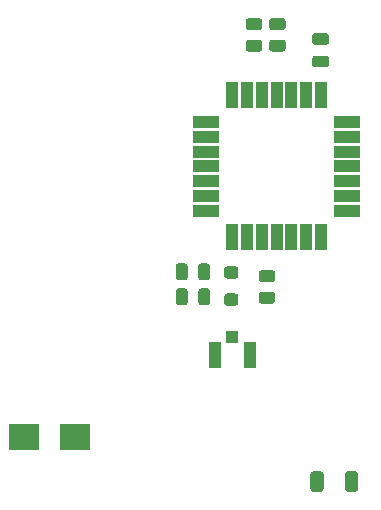
<source format=gbr>
%TF.GenerationSoftware,KiCad,Pcbnew,5.1.9+dfsg1-1~bpo10+1*%
%TF.CreationDate,2021-09-15T11:04:37+02:00*%
%TF.ProjectId,shield_temperature,73686965-6c64-45f7-9465-6d7065726174,1*%
%TF.SameCoordinates,Original*%
%TF.FileFunction,Paste,Top*%
%TF.FilePolarity,Positive*%
%FSLAX46Y46*%
G04 Gerber Fmt 4.6, Leading zero omitted, Abs format (unit mm)*
G04 Created by KiCad (PCBNEW 5.1.9+dfsg1-1~bpo10+1) date 2021-09-15 11:04:37*
%MOMM*%
%LPD*%
G01*
G04 APERTURE LIST*
%ADD10R,1.050000X2.200000*%
%ADD11R,1.000000X1.050000*%
%ADD12R,1.000000X2.300000*%
%ADD13R,2.300000X1.000000*%
%ADD14R,2.500000X2.300000*%
G04 APERTURE END LIST*
D10*
%TO.C,J5*%
X153163800Y-106774000D03*
D11*
X151688800Y-105249000D03*
D10*
X150213800Y-106774000D03*
%TD*%
D12*
%TO.C,U1*%
X155448000Y-84805000D03*
X156698000Y-84805000D03*
X157948000Y-84805000D03*
X159198000Y-84805000D03*
X154198000Y-84805000D03*
X152948000Y-84805000D03*
X151698000Y-84805000D03*
D13*
X149448000Y-90805000D03*
X149448000Y-89555000D03*
X149448000Y-88305000D03*
X149448000Y-87055000D03*
X149448000Y-92055000D03*
X149448000Y-93305000D03*
X149448000Y-94555000D03*
D12*
X155448000Y-96805000D03*
X154198000Y-96805000D03*
X152948000Y-96805000D03*
X151698000Y-96805000D03*
X156698000Y-96805000D03*
X157948000Y-96805000D03*
X159198000Y-96805000D03*
D13*
X161448000Y-90805000D03*
X161448000Y-92055000D03*
X161448000Y-93305000D03*
X161448000Y-94555000D03*
X161448000Y-89555000D03*
X161448000Y-88305000D03*
X161448000Y-87055000D03*
%TD*%
%TO.C,R4*%
G36*
G01*
X155085201Y-100613900D02*
X154185199Y-100613900D01*
G75*
G02*
X153935200Y-100363901I0J249999D01*
G01*
X153935200Y-99838899D01*
G75*
G02*
X154185199Y-99588900I249999J0D01*
G01*
X155085201Y-99588900D01*
G75*
G02*
X155335200Y-99838899I0J-249999D01*
G01*
X155335200Y-100363901D01*
G75*
G02*
X155085201Y-100613900I-249999J0D01*
G01*
G37*
G36*
G01*
X155085201Y-102438900D02*
X154185199Y-102438900D01*
G75*
G02*
X153935200Y-102188901I0J249999D01*
G01*
X153935200Y-101663899D01*
G75*
G02*
X154185199Y-101413900I249999J0D01*
G01*
X155085201Y-101413900D01*
G75*
G02*
X155335200Y-101663899I0J-249999D01*
G01*
X155335200Y-102188901D01*
G75*
G02*
X155085201Y-102438900I-249999J0D01*
G01*
G37*
%TD*%
%TO.C,R3*%
G36*
G01*
X153993001Y-79281700D02*
X153092999Y-79281700D01*
G75*
G02*
X152843000Y-79031701I0J249999D01*
G01*
X152843000Y-78506699D01*
G75*
G02*
X153092999Y-78256700I249999J0D01*
G01*
X153993001Y-78256700D01*
G75*
G02*
X154243000Y-78506699I0J-249999D01*
G01*
X154243000Y-79031701D01*
G75*
G02*
X153993001Y-79281700I-249999J0D01*
G01*
G37*
G36*
G01*
X153993001Y-81106700D02*
X153092999Y-81106700D01*
G75*
G02*
X152843000Y-80856701I0J249999D01*
G01*
X152843000Y-80331699D01*
G75*
G02*
X153092999Y-80081700I249999J0D01*
G01*
X153993001Y-80081700D01*
G75*
G02*
X154243000Y-80331699I0J-249999D01*
G01*
X154243000Y-80856701D01*
G75*
G02*
X153993001Y-81106700I-249999J0D01*
G01*
G37*
%TD*%
%TO.C,R2*%
G36*
G01*
X155974201Y-79277900D02*
X155074199Y-79277900D01*
G75*
G02*
X154824200Y-79027901I0J249999D01*
G01*
X154824200Y-78502899D01*
G75*
G02*
X155074199Y-78252900I249999J0D01*
G01*
X155974201Y-78252900D01*
G75*
G02*
X156224200Y-78502899I0J-249999D01*
G01*
X156224200Y-79027901D01*
G75*
G02*
X155974201Y-79277900I-249999J0D01*
G01*
G37*
G36*
G01*
X155974201Y-81102900D02*
X155074199Y-81102900D01*
G75*
G02*
X154824200Y-80852901I0J249999D01*
G01*
X154824200Y-80327899D01*
G75*
G02*
X155074199Y-80077900I249999J0D01*
G01*
X155974201Y-80077900D01*
G75*
G02*
X156224200Y-80327899I0J-249999D01*
G01*
X156224200Y-80852901D01*
G75*
G02*
X155974201Y-81102900I-249999J0D01*
G01*
G37*
%TD*%
%TO.C,L1*%
G36*
G01*
X151262599Y-101571600D02*
X151962601Y-101571600D01*
G75*
G02*
X152212600Y-101821599I0J-249999D01*
G01*
X152212600Y-102371601D01*
G75*
G02*
X151962601Y-102621600I-249999J0D01*
G01*
X151262599Y-102621600D01*
G75*
G02*
X151012600Y-102371601I0J249999D01*
G01*
X151012600Y-101821599D01*
G75*
G02*
X151262599Y-101571600I249999J0D01*
G01*
G37*
G36*
G01*
X151262599Y-99271600D02*
X151962601Y-99271600D01*
G75*
G02*
X152212600Y-99521599I0J-249999D01*
G01*
X152212600Y-100071601D01*
G75*
G02*
X151962601Y-100321600I-249999J0D01*
G01*
X151262599Y-100321600D01*
G75*
G02*
X151012600Y-100071601I0J249999D01*
G01*
X151012600Y-99521599D01*
G75*
G02*
X151262599Y-99271600I249999J0D01*
G01*
G37*
%TD*%
%TO.C,C3*%
G36*
G01*
X147921600Y-101379000D02*
X147921600Y-102329000D01*
G75*
G02*
X147671600Y-102579000I-250000J0D01*
G01*
X147171600Y-102579000D01*
G75*
G02*
X146921600Y-102329000I0J250000D01*
G01*
X146921600Y-101379000D01*
G75*
G02*
X147171600Y-101129000I250000J0D01*
G01*
X147671600Y-101129000D01*
G75*
G02*
X147921600Y-101379000I0J-250000D01*
G01*
G37*
G36*
G01*
X149821600Y-101379000D02*
X149821600Y-102329000D01*
G75*
G02*
X149571600Y-102579000I-250000J0D01*
G01*
X149071600Y-102579000D01*
G75*
G02*
X148821600Y-102329000I0J250000D01*
G01*
X148821600Y-101379000D01*
G75*
G02*
X149071600Y-101129000I250000J0D01*
G01*
X149571600Y-101129000D01*
G75*
G02*
X149821600Y-101379000I0J-250000D01*
G01*
G37*
%TD*%
%TO.C,C2*%
G36*
G01*
X147911400Y-99270800D02*
X147911400Y-100220800D01*
G75*
G02*
X147661400Y-100470800I-250000J0D01*
G01*
X147161400Y-100470800D01*
G75*
G02*
X146911400Y-100220800I0J250000D01*
G01*
X146911400Y-99270800D01*
G75*
G02*
X147161400Y-99020800I250000J0D01*
G01*
X147661400Y-99020800D01*
G75*
G02*
X147911400Y-99270800I0J-250000D01*
G01*
G37*
G36*
G01*
X149811400Y-99270800D02*
X149811400Y-100220800D01*
G75*
G02*
X149561400Y-100470800I-250000J0D01*
G01*
X149061400Y-100470800D01*
G75*
G02*
X148811400Y-100220800I0J250000D01*
G01*
X148811400Y-99270800D01*
G75*
G02*
X149061400Y-99020800I250000J0D01*
G01*
X149561400Y-99020800D01*
G75*
G02*
X149811400Y-99270800I0J-250000D01*
G01*
G37*
%TD*%
%TO.C,C1*%
G36*
G01*
X159656800Y-80535400D02*
X158706800Y-80535400D01*
G75*
G02*
X158456800Y-80285400I0J250000D01*
G01*
X158456800Y-79785400D01*
G75*
G02*
X158706800Y-79535400I250000J0D01*
G01*
X159656800Y-79535400D01*
G75*
G02*
X159906800Y-79785400I0J-250000D01*
G01*
X159906800Y-80285400D01*
G75*
G02*
X159656800Y-80535400I-250000J0D01*
G01*
G37*
G36*
G01*
X159656800Y-82435400D02*
X158706800Y-82435400D01*
G75*
G02*
X158456800Y-82185400I0J250000D01*
G01*
X158456800Y-81685400D01*
G75*
G02*
X158706800Y-81435400I250000J0D01*
G01*
X159656800Y-81435400D01*
G75*
G02*
X159906800Y-81685400I0J-250000D01*
G01*
X159906800Y-82185400D01*
G75*
G02*
X159656800Y-82435400I-250000J0D01*
G01*
G37*
%TD*%
%TO.C,R1*%
G36*
G01*
X162360500Y-116875399D02*
X162360500Y-118125401D01*
G75*
G02*
X162110501Y-118375400I-249999J0D01*
G01*
X161485499Y-118375400D01*
G75*
G02*
X161235500Y-118125401I0J249999D01*
G01*
X161235500Y-116875399D01*
G75*
G02*
X161485499Y-116625400I249999J0D01*
G01*
X162110501Y-116625400D01*
G75*
G02*
X162360500Y-116875399I0J-249999D01*
G01*
G37*
G36*
G01*
X159435500Y-116875399D02*
X159435500Y-118125401D01*
G75*
G02*
X159185501Y-118375400I-249999J0D01*
G01*
X158560499Y-118375400D01*
G75*
G02*
X158310500Y-118125401I0J249999D01*
G01*
X158310500Y-116875399D01*
G75*
G02*
X158560499Y-116625400I249999J0D01*
G01*
X159185501Y-116625400D01*
G75*
G02*
X159435500Y-116875399I0J-249999D01*
G01*
G37*
%TD*%
D14*
%TO.C,D1*%
X138353800Y-113741200D03*
X134053800Y-113741200D03*
%TD*%
M02*

</source>
